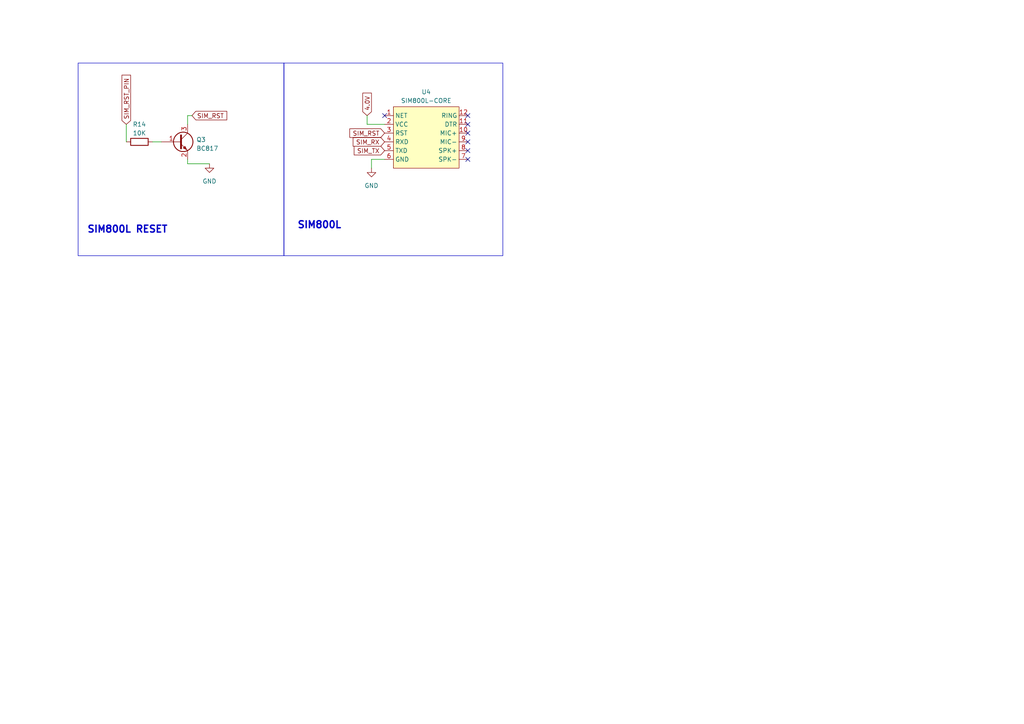
<source format=kicad_sch>
(kicad_sch (version 20230121) (generator eeschema)

  (uuid 6bfcaeb3-5f31-4a63-9f3e-88d98d9fd722)

  (paper "A4")

  (lib_symbols
    (symbol "Device:R" (pin_numbers hide) (pin_names (offset 0)) (in_bom yes) (on_board yes)
      (property "Reference" "R" (at 2.032 0 90)
        (effects (font (size 1.27 1.27)))
      )
      (property "Value" "R" (at 0 0 90)
        (effects (font (size 1.27 1.27)))
      )
      (property "Footprint" "" (at -1.778 0 90)
        (effects (font (size 1.27 1.27)) hide)
      )
      (property "Datasheet" "~" (at 0 0 0)
        (effects (font (size 1.27 1.27)) hide)
      )
      (property "ki_keywords" "R res resistor" (at 0 0 0)
        (effects (font (size 1.27 1.27)) hide)
      )
      (property "ki_description" "Resistor" (at 0 0 0)
        (effects (font (size 1.27 1.27)) hide)
      )
      (property "ki_fp_filters" "R_*" (at 0 0 0)
        (effects (font (size 1.27 1.27)) hide)
      )
      (symbol "R_0_1"
        (rectangle (start -1.016 -2.54) (end 1.016 2.54)
          (stroke (width 0.254) (type default))
          (fill (type none))
        )
      )
      (symbol "R_1_1"
        (pin passive line (at 0 3.81 270) (length 1.27)
          (name "~" (effects (font (size 1.27 1.27))))
          (number "1" (effects (font (size 1.27 1.27))))
        )
        (pin passive line (at 0 -3.81 90) (length 1.27)
          (name "~" (effects (font (size 1.27 1.27))))
          (number "2" (effects (font (size 1.27 1.27))))
        )
      )
    )
    (symbol "Transistor_BJT:BC817" (pin_names (offset 0) hide) (in_bom yes) (on_board yes)
      (property "Reference" "Q" (at 5.08 1.905 0)
        (effects (font (size 1.27 1.27)) (justify left))
      )
      (property "Value" "BC817" (at 5.08 0 0)
        (effects (font (size 1.27 1.27)) (justify left))
      )
      (property "Footprint" "Package_TO_SOT_SMD:SOT-23" (at 5.08 -1.905 0)
        (effects (font (size 1.27 1.27) italic) (justify left) hide)
      )
      (property "Datasheet" "https://www.onsemi.com/pub/Collateral/BC818-D.pdf" (at 0 0 0)
        (effects (font (size 1.27 1.27)) (justify left) hide)
      )
      (property "ki_keywords" "NPN Transistor" (at 0 0 0)
        (effects (font (size 1.27 1.27)) hide)
      )
      (property "ki_description" "0.8A Ic, 45V Vce, NPN Transistor, SOT-23" (at 0 0 0)
        (effects (font (size 1.27 1.27)) hide)
      )
      (property "ki_fp_filters" "SOT?23*" (at 0 0 0)
        (effects (font (size 1.27 1.27)) hide)
      )
      (symbol "BC817_0_1"
        (polyline
          (pts
            (xy 0.635 0.635)
            (xy 2.54 2.54)
          )
          (stroke (width 0) (type default))
          (fill (type none))
        )
        (polyline
          (pts
            (xy 0.635 -0.635)
            (xy 2.54 -2.54)
            (xy 2.54 -2.54)
          )
          (stroke (width 0) (type default))
          (fill (type none))
        )
        (polyline
          (pts
            (xy 0.635 1.905)
            (xy 0.635 -1.905)
            (xy 0.635 -1.905)
          )
          (stroke (width 0.508) (type default))
          (fill (type none))
        )
        (polyline
          (pts
            (xy 1.27 -1.778)
            (xy 1.778 -1.27)
            (xy 2.286 -2.286)
            (xy 1.27 -1.778)
            (xy 1.27 -1.778)
          )
          (stroke (width 0) (type default))
          (fill (type outline))
        )
        (circle (center 1.27 0) (radius 2.8194)
          (stroke (width 0.254) (type default))
          (fill (type none))
        )
      )
      (symbol "BC817_1_1"
        (pin input line (at -5.08 0 0) (length 5.715)
          (name "B" (effects (font (size 1.27 1.27))))
          (number "1" (effects (font (size 1.27 1.27))))
        )
        (pin passive line (at 2.54 -5.08 90) (length 2.54)
          (name "E" (effects (font (size 1.27 1.27))))
          (number "2" (effects (font (size 1.27 1.27))))
        )
        (pin passive line (at 2.54 5.08 270) (length 2.54)
          (name "C" (effects (font (size 1.27 1.27))))
          (number "3" (effects (font (size 1.27 1.27))))
        )
      )
    )
    (symbol "power:GND" (power) (pin_names (offset 0)) (in_bom yes) (on_board yes)
      (property "Reference" "#PWR" (at 0 -6.35 0)
        (effects (font (size 1.27 1.27)) hide)
      )
      (property "Value" "GND" (at 0 -3.81 0)
        (effects (font (size 1.27 1.27)))
      )
      (property "Footprint" "" (at 0 0 0)
        (effects (font (size 1.27 1.27)) hide)
      )
      (property "Datasheet" "" (at 0 0 0)
        (effects (font (size 1.27 1.27)) hide)
      )
      (property "ki_keywords" "global power" (at 0 0 0)
        (effects (font (size 1.27 1.27)) hide)
      )
      (property "ki_description" "Power symbol creates a global label with name \"GND\" , ground" (at 0 0 0)
        (effects (font (size 1.27 1.27)) hide)
      )
      (symbol "GND_0_1"
        (polyline
          (pts
            (xy 0 0)
            (xy 0 -1.27)
            (xy 1.27 -1.27)
            (xy 0 -2.54)
            (xy -1.27 -1.27)
            (xy 0 -1.27)
          )
          (stroke (width 0) (type default))
          (fill (type none))
        )
      )
      (symbol "GND_1_1"
        (pin power_in line (at 0 0 270) (length 0) hide
          (name "GND" (effects (font (size 1.27 1.27))))
          (number "1" (effects (font (size 1.27 1.27))))
        )
      )
    )
    (symbol "sim800l-core:SIM800L-CORE" (in_bom yes) (on_board yes)
      (property "Reference" "U" (at -7.62 8.89 0)
        (effects (font (size 1.27 1.27)))
      )
      (property "Value" "SIM800L-CORE" (at 0 -12.7 0)
        (effects (font (size 1.27 1.27)))
      )
      (property "Footprint" "" (at 0 0 0)
        (effects (font (size 1.27 1.27)) hide)
      )
      (property "Datasheet" "" (at 0 0 0)
        (effects (font (size 1.27 1.27)) hide)
      )
      (symbol "SIM800L-CORE_0_1"
        (rectangle (start -8.89 7.62) (end 10.16 -10.16)
          (stroke (width 0.1524) (type default))
          (fill (type background))
        )
      )
      (symbol "SIM800L-CORE_1_1"
        (pin bidirectional line (at -11.43 5.08 0) (length 2.54)
          (name "NET" (effects (font (size 1.27 1.27))))
          (number "1" (effects (font (size 1.27 1.27))))
        )
        (pin output line (at 12.7 0 180) (length 2.54)
          (name "MIC+" (effects (font (size 1.27 1.27))))
          (number "10" (effects (font (size 1.27 1.27))))
        )
        (pin passive line (at 12.7 2.54 180) (length 2.54)
          (name "DTR" (effects (font (size 1.27 1.27))))
          (number "11" (effects (font (size 1.27 1.27))))
        )
        (pin output line (at 12.7 5.08 180) (length 2.54)
          (name "RING" (effects (font (size 1.27 1.27))))
          (number "12" (effects (font (size 1.27 1.27))))
        )
        (pin power_in line (at -11.43 2.54 0) (length 2.54)
          (name "VCC" (effects (font (size 1.27 1.27))))
          (number "2" (effects (font (size 1.27 1.27))))
        )
        (pin input line (at -11.43 0 0) (length 2.54)
          (name "RST" (effects (font (size 1.27 1.27))))
          (number "3" (effects (font (size 1.27 1.27))))
        )
        (pin input line (at -11.43 -2.54 0) (length 2.54)
          (name "RXD" (effects (font (size 1.27 1.27))))
          (number "4" (effects (font (size 1.27 1.27))))
        )
        (pin output line (at -11.43 -5.08 0) (length 2.54)
          (name "TXD" (effects (font (size 1.27 1.27))))
          (number "5" (effects (font (size 1.27 1.27))))
        )
        (pin power_in line (at -11.43 -7.62 0) (length 2.54)
          (name "GND" (effects (font (size 1.27 1.27))))
          (number "6" (effects (font (size 1.27 1.27))))
        )
        (pin output line (at 12.7 -7.62 180) (length 2.54)
          (name "SPK-" (effects (font (size 1.27 1.27))))
          (number "7" (effects (font (size 1.27 1.27))))
        )
        (pin output line (at 12.7 -5.08 180) (length 2.54)
          (name "SPK+" (effects (font (size 1.27 1.27))))
          (number "8" (effects (font (size 1.27 1.27))))
        )
        (pin output line (at 12.7 -2.54 180) (length 2.54)
          (name "MIC-" (effects (font (size 1.27 1.27))))
          (number "9" (effects (font (size 1.27 1.27))))
        )
      )
    )
  )


  (no_connect (at 135.6868 38.608) (uuid 067a2d84-70e7-4671-ab9e-69fae8d4c2eb))
  (no_connect (at 135.6868 33.528) (uuid 5a9f2244-aefa-4c91-ab62-e03f37c81be1))
  (no_connect (at 135.6868 46.228) (uuid 6bfd7371-e266-4129-938a-996baa3e927d))
  (no_connect (at 135.6868 41.148) (uuid 74ac2bb1-b150-4754-acb9-7c0a262cf4b6))
  (no_connect (at 135.6868 43.688) (uuid 868db58b-5f51-4b90-9511-b1267be7d183))
  (no_connect (at 111.5568 33.528) (uuid ad4bf86a-36af-4238-9e42-f3bb96f40688))
  (no_connect (at 135.6868 36.068) (uuid bb765e10-7dc6-48c0-81c9-4ad53f1f2cb6))

  (wire (pts (xy 111.5568 46.228) (xy 107.7468 46.228))
    (stroke (width 0) (type default))
    (uuid 12578fdc-da9a-4c2f-9035-794d65d4bd7d)
  )
  (wire (pts (xy 54.4068 33.528) (xy 55.6768 33.528))
    (stroke (width 0) (type default))
    (uuid 18e6bdb0-606e-463d-ab52-2ce2dd85427f)
  )
  (wire (pts (xy 111.5568 36.068) (xy 106.4768 36.068))
    (stroke (width 0) (type default))
    (uuid 30f8861e-b1bf-423c-af14-16bed521739c)
  )
  (wire (pts (xy 106.4768 36.068) (xy 106.4768 33.528))
    (stroke (width 0) (type default))
    (uuid 324e44a7-f364-4dd4-9be3-6b32498722f7)
  )
  (wire (pts (xy 54.4068 47.498) (xy 54.4068 46.228))
    (stroke (width 0) (type default))
    (uuid 3a4e1df6-2625-4432-a6fe-e5625fad5471)
  )
  (wire (pts (xy 54.4068 33.528) (xy 54.4068 36.068))
    (stroke (width 0) (type default))
    (uuid 465f2fbc-92bb-44e7-b792-b03808569b19)
  )
  (wire (pts (xy 36.6268 36.068) (xy 36.6268 41.148))
    (stroke (width 0) (type default))
    (uuid 9843b5ac-c61d-47f1-a40f-9dcfb1127d33)
  )
  (wire (pts (xy 44.2468 41.148) (xy 46.7868 41.148))
    (stroke (width 0) (type default))
    (uuid b3e44461-ebfe-41b5-a177-f4ce8a206368)
  )
  (wire (pts (xy 107.7468 46.228) (xy 107.7468 48.768))
    (stroke (width 0) (type default))
    (uuid de8d2000-8286-425d-afb1-87ce6512c5c6)
  )
  (wire (pts (xy 60.7568 47.498) (xy 54.4068 47.498))
    (stroke (width 0) (type default))
    (uuid e768572b-5fdc-4b94-a9c0-632bc87f24cb)
  )

  (rectangle (start 82.3468 18.288) (end 145.8468 74.168)
    (stroke (width 0) (type default))
    (fill (type none))
    (uuid 5d6aac40-c2d8-4008-9459-0107a8da50fb)
  )
  (rectangle (start 22.6568 18.288) (end 82.3468 74.168)
    (stroke (width 0) (type default))
    (fill (type none))
    (uuid e386ccb5-ad64-4376-a99b-3c1c0a3c31a4)
  )

  (text "SIM800L RESET \n" (at 25.1968 67.818 0)
    (effects (font (size 2 2) (thickness 0.4) bold) (justify left bottom))
    (uuid 933c2a03-3ce5-4108-b18c-527286e0c0b6)
  )
  (text "SIM800L" (at 86.1568 66.548 0)
    (effects (font (size 2 2) (thickness 0.4) bold) (justify left bottom))
    (uuid dfa26138-5d7f-4c9f-b832-e86e356b2e25)
  )

  (global_label "SIM_RX" (shape input) (at 111.5568 41.148 180) (fields_autoplaced)
    (effects (font (size 1.27 1.27)) (justify right))
    (uuid 2423c4c3-2376-448e-8558-b0a050844ac3)
    (property "Intersheetrefs" "${INTERSHEET_REFS}" (at 101.9382 41.148 0)
      (effects (font (size 1.27 1.27)) (justify right) hide)
    )
  )
  (global_label "SIM_RST_PIN" (shape input) (at 36.6268 36.068 90) (fields_autoplaced)
    (effects (font (size 1.27 1.27)) (justify left))
    (uuid 51e998d4-6fe7-4cf0-a615-e108d95ef4f1)
    (property "Intersheetrefs" "${INTERSHEET_REFS}" (at 36.6268 21.3089 90)
      (effects (font (size 1.27 1.27)) (justify left) hide)
    )
  )
  (global_label "SIM_TX" (shape input) (at 111.5568 43.688 180) (fields_autoplaced)
    (effects (font (size 1.27 1.27)) (justify right))
    (uuid be65cf6d-f6ea-41c3-8305-a33afe52f190)
    (property "Intersheetrefs" "${INTERSHEET_REFS}" (at 102.2406 43.688 0)
      (effects (font (size 1.27 1.27)) (justify right) hide)
    )
  )
  (global_label "4.0V" (shape input) (at 106.4768 33.528 90) (fields_autoplaced)
    (effects (font (size 1.27 1.27)) (justify left))
    (uuid c585be06-7925-44c2-be30-39de5c17f1b9)
    (property "Intersheetrefs" "${INTERSHEET_REFS}" (at 106.4768 26.5098 90)
      (effects (font (size 1.27 1.27)) (justify left) hide)
    )
  )
  (global_label "SIM_RST" (shape input) (at 55.6768 33.528 0) (fields_autoplaced)
    (effects (font (size 1.27 1.27)) (justify left))
    (uuid df6dd7a7-b999-4e49-b880-d9b1cb9b5037)
    (property "Intersheetrefs" "${INTERSHEET_REFS}" (at 66.263 33.528 0)
      (effects (font (size 1.27 1.27)) (justify left) hide)
    )
  )
  (global_label "SIM_RST" (shape input) (at 111.5568 38.608 180) (fields_autoplaced)
    (effects (font (size 1.27 1.27)) (justify right))
    (uuid f68e4e9b-80f7-4212-b1d2-1220c2a32412)
    (property "Intersheetrefs" "${INTERSHEET_REFS}" (at 100.9706 38.608 0)
      (effects (font (size 1.27 1.27)) (justify right) hide)
    )
  )

  (symbol (lib_id "Transistor_BJT:BC817") (at 51.8668 41.148 0) (unit 1)
    (in_bom yes) (on_board yes) (dnp no) (fields_autoplaced)
    (uuid 533f3f96-3916-457f-b2f0-2bdb023d2af2)
    (property "Reference" "Q3" (at 56.9468 40.513 0)
      (effects (font (size 1.27 1.27)) (justify left))
    )
    (property "Value" "BC817" (at 56.9468 43.053 0)
      (effects (font (size 1.27 1.27)) (justify left))
    )
    (property "Footprint" "Package_TO_SOT_SMD:SOT-23" (at 56.9468 43.053 0)
      (effects (font (size 1.27 1.27) italic) (justify left) hide)
    )
    (property "Datasheet" "https://www.onsemi.com/pub/Collateral/BC818-D.pdf" (at 51.8668 41.148 0)
      (effects (font (size 1.27 1.27)) (justify left) hide)
    )
    (pin "1" (uuid ff8aec61-f2be-42a4-92f0-1fb00e1fc202))
    (pin "2" (uuid 1da449e1-ec33-4f74-bced-7cbf2935a54f))
    (pin "3" (uuid 43ae843d-ccab-49ac-9f65-5fa1fdf6a30d))
    (instances
      (project "RECTIFIED CIRCUIT"
        (path "/15d8fe1c-6bc9-406f-8c82-4650b46b74f7"
          (reference "Q3") (unit 1)
        )
        (path "/15d8fe1c-6bc9-406f-8c82-4650b46b74f7/1f0f5415-ffb3-44c5-a9d5-4b8ede3e9ecd"
          (reference "Q3") (unit 1)
        )
        (path "/15d8fe1c-6bc9-406f-8c82-4650b46b74f7/1c892640-b819-461d-8e82-d89cc993baca"
          (reference "Q4") (unit 1)
        )
      )
      (project "POWER  WATER CIRCUIT"
        (path "/ed26ffac-5a1b-47b4-af6c-0a896f4f3a48/75639c68-7aee-455f-86ce-25200fb73312"
          (reference "Q6") (unit 1)
        )
      )
    )
  )

  (symbol (lib_id "power:GND") (at 60.7568 47.498 0) (unit 1)
    (in_bom yes) (on_board yes) (dnp no) (fields_autoplaced)
    (uuid 8703c881-af50-489f-8592-fc911fe1988c)
    (property "Reference" "#PWR033" (at 60.7568 53.848 0)
      (effects (font (size 1.27 1.27)) hide)
    )
    (property "Value" "GND" (at 60.7568 52.578 0)
      (effects (font (size 1.27 1.27)))
    )
    (property "Footprint" "" (at 60.7568 47.498 0)
      (effects (font (size 1.27 1.27)) hide)
    )
    (property "Datasheet" "" (at 60.7568 47.498 0)
      (effects (font (size 1.27 1.27)) hide)
    )
    (pin "1" (uuid 596538f1-19d0-46ae-aeba-1a741f713937))
    (instances
      (project "RECTIFIED CIRCUIT"
        (path "/15d8fe1c-6bc9-406f-8c82-4650b46b74f7"
          (reference "#PWR033") (unit 1)
        )
        (path "/15d8fe1c-6bc9-406f-8c82-4650b46b74f7/1f0f5415-ffb3-44c5-a9d5-4b8ede3e9ecd"
          (reference "#PWR036") (unit 1)
        )
        (path "/15d8fe1c-6bc9-406f-8c82-4650b46b74f7/1c892640-b819-461d-8e82-d89cc993baca"
          (reference "#PWR036") (unit 1)
        )
      )
      (project "POWER  WATER CIRCUIT"
        (path "/ed26ffac-5a1b-47b4-af6c-0a896f4f3a48/75639c68-7aee-455f-86ce-25200fb73312"
          (reference "#PWR034") (unit 1)
        )
      )
    )
  )

  (symbol (lib_id "power:GND") (at 107.7468 48.768 0) (unit 1)
    (in_bom yes) (on_board yes) (dnp no) (fields_autoplaced)
    (uuid a6b2203a-9a2a-4ec9-ad68-fa10cb40ad62)
    (property "Reference" "#PWR023" (at 107.7468 55.118 0)
      (effects (font (size 1.27 1.27)) hide)
    )
    (property "Value" "GND" (at 107.7468 53.848 0)
      (effects (font (size 1.27 1.27)))
    )
    (property "Footprint" "" (at 107.7468 48.768 0)
      (effects (font (size 1.27 1.27)) hide)
    )
    (property "Datasheet" "" (at 107.7468 48.768 0)
      (effects (font (size 1.27 1.27)) hide)
    )
    (pin "1" (uuid e7c48ba4-a88f-4241-8368-aabccd483316))
    (instances
      (project "RECTIFIED CIRCUIT"
        (path "/15d8fe1c-6bc9-406f-8c82-4650b46b74f7"
          (reference "#PWR023") (unit 1)
        )
        (path "/15d8fe1c-6bc9-406f-8c82-4650b46b74f7/1f0f5415-ffb3-44c5-a9d5-4b8ede3e9ecd"
          (reference "#PWR024") (unit 1)
        )
        (path "/15d8fe1c-6bc9-406f-8c82-4650b46b74f7/1c892640-b819-461d-8e82-d89cc993baca"
          (reference "#PWR037") (unit 1)
        )
      )
      (project "POWER  WATER CIRCUIT"
        (path "/ed26ffac-5a1b-47b4-af6c-0a896f4f3a48/75639c68-7aee-455f-86ce-25200fb73312"
          (reference "#PWR035") (unit 1)
        )
      )
    )
  )

  (symbol (lib_id "Device:R") (at 40.4368 41.148 90) (unit 1)
    (in_bom yes) (on_board yes) (dnp no) (fields_autoplaced)
    (uuid b70b6312-93a0-42f0-8f09-0aa446348417)
    (property "Reference" "R14" (at 40.4368 36.068 90)
      (effects (font (size 1.27 1.27)))
    )
    (property "Value" "10K" (at 40.4368 38.608 90)
      (effects (font (size 1.27 1.27)))
    )
    (property "Footprint" "Resistor_SMD:R_0805_2012Metric_Pad1.20x1.40mm_HandSolder" (at 40.4368 42.926 90)
      (effects (font (size 1.27 1.27)) hide)
    )
    (property "Datasheet" "~" (at 40.4368 41.148 0)
      (effects (font (size 1.27 1.27)) hide)
    )
    (pin "1" (uuid 8a1bf50d-12df-41f1-9604-e0932a32865f))
    (pin "2" (uuid 09607048-8e74-4b9c-a809-7195fb079f4a))
    (instances
      (project "RECTIFIED CIRCUIT"
        (path "/15d8fe1c-6bc9-406f-8c82-4650b46b74f7"
          (reference "R14") (unit 1)
        )
        (path "/15d8fe1c-6bc9-406f-8c82-4650b46b74f7/1f0f5415-ffb3-44c5-a9d5-4b8ede3e9ecd"
          (reference "R14") (unit 1)
        )
        (path "/15d8fe1c-6bc9-406f-8c82-4650b46b74f7/1c892640-b819-461d-8e82-d89cc993baca"
          (reference "R19") (unit 1)
        )
      )
      (project "POWER  WATER CIRCUIT"
        (path "/ed26ffac-5a1b-47b4-af6c-0a896f4f3a48/75639c68-7aee-455f-86ce-25200fb73312"
          (reference "R21") (unit 1)
        )
      )
    )
  )

  (symbol (lib_id "sim800l-core:SIM800L-CORE") (at 122.9868 38.608 0) (unit 1)
    (in_bom yes) (on_board yes) (dnp no) (fields_autoplaced)
    (uuid fe0e2bea-fef3-4348-b7ab-f5f492d1e51a)
    (property "Reference" "U4" (at 123.6218 26.67 0)
      (effects (font (size 1.27 1.27)))
    )
    (property "Value" "SIM800L-CORE" (at 123.6218 29.21 0)
      (effects (font (size 1.27 1.27)))
    )
    (property "Footprint" "SIM800L-Core-Module-KiCad-Footprint-main:SIM800L-CORE" (at 122.9868 38.608 0)
      (effects (font (size 1.27 1.27)) hide)
    )
    (property "Datasheet" "" (at 122.9868 38.608 0)
      (effects (font (size 1.27 1.27)) hide)
    )
    (pin "1" (uuid de67a19d-db57-4c13-96ce-d055096a3028))
    (pin "10" (uuid eb7caeb5-f291-42a9-85d4-2f934021f546))
    (pin "11" (uuid 75aa8d94-d8aa-4db3-bc09-18d8ae2a8968))
    (pin "12" (uuid 160fc2f7-b5a8-4460-a47c-1246e3d5a0d3))
    (pin "2" (uuid 25f979d3-21e6-4239-91a0-8f1dfb3814d9))
    (pin "3" (uuid 8924660f-ae27-43da-9379-611cfbe99b79))
    (pin "4" (uuid 3757b3ae-589c-4168-ba67-6deb23c1184a))
    (pin "5" (uuid 41c7e8a4-bac7-496b-8199-a5b1fd3ccf3f))
    (pin "6" (uuid a4b269e1-ffb5-4aa1-a9b2-22d705d61fa9))
    (pin "7" (uuid d64218dd-0682-4904-9767-aefad8da2b82))
    (pin "8" (uuid 52ed456b-3275-4a8b-bb38-9074bc95933c))
    (pin "9" (uuid 12171f95-c669-492a-975a-3fe68752bdc6))
    (instances
      (project "RECTIFIED CIRCUIT"
        (path "/15d8fe1c-6bc9-406f-8c82-4650b46b74f7"
          (reference "U4") (unit 1)
        )
        (path "/15d8fe1c-6bc9-406f-8c82-4650b46b74f7/1f0f5415-ffb3-44c5-a9d5-4b8ede3e9ecd"
          (reference "U4") (unit 1)
        )
        (path "/15d8fe1c-6bc9-406f-8c82-4650b46b74f7/1c892640-b819-461d-8e82-d89cc993baca"
          (reference "U6") (unit 1)
        )
      )
      (project "POWER  WATER CIRCUIT"
        (path "/ed26ffac-5a1b-47b4-af6c-0a896f4f3a48/75639c68-7aee-455f-86ce-25200fb73312"
          (reference "U5") (unit 1)
        )
      )
    )
  )
)

</source>
